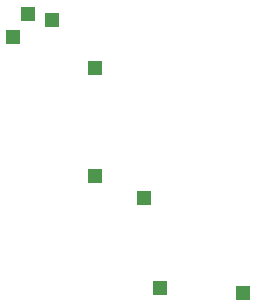
<source format=gbl>
%FSLAX43Y43*%
%MOMM*%
G71*
G01*
G75*
G04 Layer_Physical_Order=2*
%ADD10R,0.600X2.150*%
%ADD11R,1.600X1.800*%
%ADD12C,0.400*%
%ADD13C,0.254*%
%ADD14R,1.200X1.200*%
D14*
X18925Y77975D02*
D03*
X30000Y64325D02*
D03*
X20175Y79925D02*
D03*
X25825Y66225D02*
D03*
X38350Y56350D02*
D03*
X31350Y56700D02*
D03*
X25850Y75400D02*
D03*
X22225Y79425D02*
D03*
M02*

</source>
